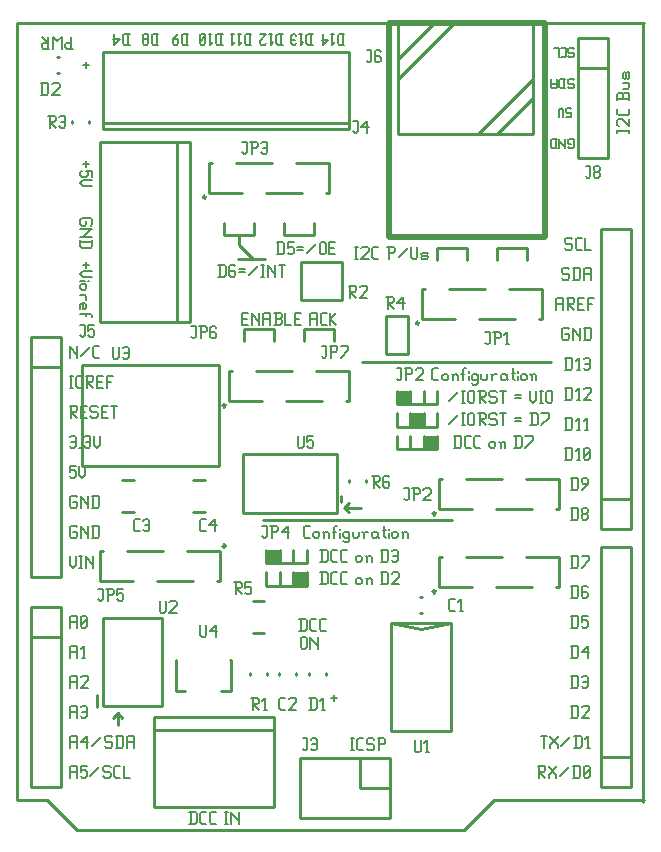
<source format=gbr>
G04 start of page 8 for group -4079 idx -4079 *
G04 Title: (unknown), topsilk *
G04 Creator: pcb 20140316 *
G04 CreationDate: Tue 01 Nov 2016 05:58:47 PM GMT UTC *
G04 For: ndholmes *
G04 Format: Gerber/RS-274X *
G04 PCB-Dimensions (mil): 2110.00 2710.00 *
G04 PCB-Coordinate-Origin: lower left *
%MOIN*%
%FSLAX25Y25*%
%LNTOPSILK*%
%ADD88C,0.0200*%
%ADD87C,0.0080*%
%ADD86C,0.0100*%
%ADD85C,0.0001*%
G54D85*G36*
X132000Y140000D02*X136500D01*
Y135500D01*
X132000D01*
Y140000D01*
G37*
G36*
X127500Y147500D02*X132000D01*
Y143000D01*
X127500D01*
Y147500D01*
G37*
G36*
X136500Y132500D02*X141000D01*
Y128000D01*
X136500D01*
Y132500D01*
G37*
G36*
X93000Y87000D02*X97500D01*
Y82500D01*
X93000D01*
Y87000D01*
G37*
G36*
X84000Y94500D02*X88500D01*
Y90000D01*
X84000D01*
Y94500D01*
G37*
G54D86*X150000Y1000D02*X21000D01*
X160000Y11000D02*X150000Y1000D01*
X1000Y11000D02*X11000D01*
X210000D02*X160000D01*
X84000Y87000D02*Y82500D01*
X97500D01*
X84000Y90000D02*X97500D01*
X93000Y82500D02*Y87000D01*
X88500Y82500D02*Y87000D01*
X84000Y94500D02*Y90000D01*
X88500D02*Y94500D01*
X93000Y90000D02*Y94500D01*
X97500Y87000D02*Y82500D01*
Y94500D02*Y90000D01*
X34500Y36000D02*Y40000D01*
X33000Y38500D01*
X34500Y40000D02*X36000Y38500D01*
X127500Y140000D02*Y135500D01*
Y132500D02*Y128000D01*
X132000D02*Y132500D01*
X127500Y147500D02*Y143000D01*
X132000D02*Y147500D01*
X136500Y143000D02*Y147500D01*
X141000D02*Y143000D01*
X127500D02*X141000D01*
X116000Y157000D02*X179000D01*
X132000Y135500D02*Y140000D01*
X136500Y135500D02*Y140000D01*
X141000D02*Y135500D01*
X127500D02*X141000D01*
X136500Y128000D02*Y132500D01*
X127500Y128000D02*X141000D01*
Y132500D02*Y128000D01*
X21000Y1000D02*X11000Y11000D01*
X1000D02*Y270000D01*
X80000Y203500D02*Y199500D01*
X70000D01*
Y203500D01*
X76500Y164000D02*Y168000D01*
X86500D02*X76500D01*
X86500D02*Y164000D01*
X75000Y199500D02*Y196000D01*
X79500Y191500D01*
X74500D02*X83500D01*
X106500Y168000D02*Y164000D01*
X96500D02*Y168000D01*
X106500D02*X96500D01*
X115500Y108500D02*X110000D01*
X111500Y110000D01*
X110000Y108500D02*X111500Y107000D01*
X82948Y104500D02*X145948D01*
X209500Y269500D02*Y10500D01*
X128000Y251500D02*X146500Y270000D01*
X128000Y258000D02*X140000Y270000D01*
X128000Y233000D02*Y270000D01*
X173000Y251500D02*X154500Y233000D01*
X173000Y245000D02*X161000Y233000D01*
X173000D02*X128000D01*
X173000Y270000D02*Y233000D01*
X1000Y270000D02*X210000D01*
X141000Y191000D02*Y195000D01*
X151000D02*X141000D01*
X151000D02*Y191000D01*
X171000Y195000D02*Y191000D01*
X161000D02*Y195000D01*
X171000D02*X161000D01*
X100000Y203500D02*Y199500D01*
X90000D01*
Y203500D01*
G54D87*X18500Y22000D02*Y18500D01*
Y22000D02*X19000Y22500D01*
X20500D01*
X21000Y22000D01*
Y18500D01*
X18500Y20500D02*X21000D01*
X22200Y22500D02*X24200D01*
X22200D02*Y20500D01*
X22700Y21000D01*
X23700D01*
X24200Y20500D01*
Y19000D01*
X23700Y18500D02*X24200Y19000D01*
X22700Y18500D02*X23700D01*
X22200Y19000D02*X22700Y18500D01*
X25400Y19000D02*X28400Y22000D01*
X31600Y22500D02*X32100Y22000D01*
X30100Y22500D02*X31600D01*
X29600Y22000D02*X30100Y22500D01*
X29600Y22000D02*Y21000D01*
X30100Y20500D01*
X31600D01*
X32100Y20000D01*
Y19000D01*
X31600Y18500D02*X32100Y19000D01*
X30100Y18500D02*X31600D01*
X29600Y19000D02*X30100Y18500D01*
X33800D02*X35300D01*
X33300Y19000D02*X33800Y18500D01*
X33300Y22000D02*Y19000D01*
Y22000D02*X33800Y22500D01*
X35300D01*
X36500D02*Y18500D01*
X38500D01*
X18500Y32000D02*Y28500D01*
Y32000D02*X19000Y32500D01*
X20500D01*
X21000Y32000D01*
Y28500D01*
X18500Y30500D02*X21000D01*
X22200D02*X24200Y32500D01*
X22200Y30500D02*X24700D01*
X24200Y32500D02*Y28500D01*
X25900Y29000D02*X28900Y32000D01*
X32100Y32500D02*X32600Y32000D01*
X30600Y32500D02*X32100D01*
X30100Y32000D02*X30600Y32500D01*
X30100Y32000D02*Y31000D01*
X30600Y30500D01*
X32100D01*
X32600Y30000D01*
Y29000D01*
X32100Y28500D02*X32600Y29000D01*
X30600Y28500D02*X32100D01*
X30100Y29000D02*X30600Y28500D01*
X34300Y32500D02*Y28500D01*
X35800Y32500D02*X36300Y32000D01*
Y29000D01*
X35800Y28500D02*X36300Y29000D01*
X33800Y28500D02*X35800D01*
X33800Y32500D02*X35800D01*
X37500Y32000D02*Y28500D01*
Y32000D02*X38000Y32500D01*
X39500D01*
X40000Y32000D01*
Y28500D01*
X37500Y30500D02*X40000D01*
X18500Y42000D02*Y38500D01*
Y42000D02*X19000Y42500D01*
X20500D01*
X21000Y42000D01*
Y38500D01*
X18500Y40500D02*X21000D01*
X22200Y42000D02*X22700Y42500D01*
X23700D01*
X24200Y42000D01*
Y39000D01*
X23700Y38500D02*X24200Y39000D01*
X22700Y38500D02*X23700D01*
X22200Y39000D02*X22700Y38500D01*
Y40500D02*X24200D01*
X18500Y52000D02*Y48500D01*
Y52000D02*X19000Y52500D01*
X20500D01*
X21000Y52000D01*
Y48500D01*
X18500Y50500D02*X21000D01*
X22200Y52000D02*X22700Y52500D01*
X24200D01*
X24700Y52000D01*
Y51000D01*
X22200Y48500D02*X24700Y51000D01*
X22200Y48500D02*X24700D01*
X18500Y62000D02*Y58500D01*
Y62000D02*X19000Y62500D01*
X20500D01*
X21000Y62000D01*
Y58500D01*
X18500Y60500D02*X21000D01*
X22700Y58500D02*X23700D01*
X23200Y62500D02*Y58500D01*
X22200Y61500D02*X23200Y62500D01*
X58800Y7200D02*Y3200D01*
X60300Y7200D02*X60800Y6700D01*
Y3700D01*
X60300Y3200D02*X60800Y3700D01*
X58300Y3200D02*X60300D01*
X58300Y7200D02*X60300D01*
X62500Y3200D02*X64000D01*
X62000Y3700D02*X62500Y3200D01*
X62000Y6700D02*Y3700D01*
Y6700D02*X62500Y7200D01*
X64000D01*
X65700Y3200D02*X67200D01*
X65200Y3700D02*X65700Y3200D01*
X65200Y6700D02*Y3700D01*
Y6700D02*X65700Y7200D01*
X67200D01*
X70200D02*X71200D01*
X70700D02*Y3200D01*
X70200D02*X71200D01*
X72400Y7200D02*Y3200D01*
Y7200D02*Y6700D01*
X74900Y4200D01*
Y7200D02*Y3200D01*
X18500Y72000D02*Y68500D01*
Y72000D02*X19000Y72500D01*
X20500D01*
X21000Y72000D01*
Y68500D01*
X18500Y70500D02*X21000D01*
X22200Y69000D02*X22700Y68500D01*
X22200Y72000D02*Y69000D01*
Y72000D02*X22700Y72500D01*
X23700D01*
X24200Y72000D01*
Y69000D01*
X23700Y68500D02*X24200Y69000D01*
X22700Y68500D02*X23700D01*
X22200Y69500D02*X24200Y71500D01*
X18500Y92500D02*Y89500D01*
X19500Y88500D01*
X20500Y89500D01*
Y92500D02*Y89500D01*
X21700Y92500D02*X22700D01*
X22200D02*Y88500D01*
X21700D02*X22700D01*
X23900Y92500D02*Y88500D01*
Y92500D02*Y92000D01*
X26400Y89500D01*
Y92500D02*Y88500D01*
X186000Y52500D02*Y48500D01*
X187500Y52500D02*X188000Y52000D01*
Y49000D01*
X187500Y48500D02*X188000Y49000D01*
X185500Y48500D02*X187500D01*
X185500Y52500D02*X187500D01*
X189200Y52000D02*X189700Y52500D01*
X190700D01*
X191200Y52000D01*
Y49000D01*
X190700Y48500D02*X191200Y49000D01*
X189700Y48500D02*X190700D01*
X189200Y49000D02*X189700Y48500D01*
Y50500D02*X191200D01*
X186000Y62500D02*Y58500D01*
X187500Y62500D02*X188000Y62000D01*
Y59000D01*
X187500Y58500D02*X188000Y59000D01*
X185500Y58500D02*X187500D01*
X185500Y62500D02*X187500D01*
X189200Y60500D02*X191200Y62500D01*
X189200Y60500D02*X191700D01*
X191200Y62500D02*Y58500D01*
X186000Y42500D02*Y38500D01*
X187500Y42500D02*X188000Y42000D01*
Y39000D01*
X187500Y38500D02*X188000Y39000D01*
X185500Y38500D02*X187500D01*
X185500Y42500D02*X187500D01*
X189200Y42000D02*X189700Y42500D01*
X191200D01*
X191700Y42000D01*
Y41000D01*
X189200Y38500D02*X191700Y41000D01*
X189200Y38500D02*X191700D01*
X174500Y22500D02*X176500D01*
X177000Y22000D01*
Y21000D01*
X176500Y20500D02*X177000Y21000D01*
X175000Y20500D02*X176500D01*
X175000Y22500D02*Y18500D01*
Y20500D02*X177000Y18500D01*
X178200Y22500D02*Y22000D01*
X180700Y19500D01*
Y18500D01*
X178200Y19500D02*Y18500D01*
Y19500D02*X180700Y22000D01*
Y22500D02*Y22000D01*
X181900Y19000D02*X184900Y22000D01*
X186600Y22500D02*Y18500D01*
X188100Y22500D02*X188600Y22000D01*
Y19000D01*
X188100Y18500D02*X188600Y19000D01*
X186100Y18500D02*X188100D01*
X186100Y22500D02*X188100D01*
X189800Y19000D02*X190300Y18500D01*
X189800Y22000D02*Y19000D01*
Y22000D02*X190300Y22500D01*
X191300D01*
X191800Y22000D01*
Y19000D01*
X191300Y18500D02*X191800Y19000D01*
X190300Y18500D02*X191300D01*
X189800Y19500D02*X191800Y21500D01*
X112100Y31600D02*X113100D01*
X112600D02*Y27600D01*
X112100D02*X113100D01*
X114800D02*X116300D01*
X114300Y28100D02*X114800Y27600D01*
X114300Y31100D02*Y28100D01*
Y31100D02*X114800Y31600D01*
X116300D01*
X119500D02*X120000Y31100D01*
X118000Y31600D02*X119500D01*
X117500Y31100D02*X118000Y31600D01*
X117500Y31100D02*Y30100D01*
X118000Y29600D01*
X119500D01*
X120000Y29100D01*
Y28100D01*
X119500Y27600D02*X120000Y28100D01*
X118000Y27600D02*X119500D01*
X117500Y28100D02*X118000Y27600D01*
X121700Y31600D02*Y27600D01*
X121200Y31600D02*X123200D01*
X123700Y31100D01*
Y30100D01*
X123200Y29600D02*X123700Y30100D01*
X121700Y29600D02*X123200D01*
X175500Y32500D02*X177500D01*
X176500D02*Y28500D01*
X178700Y32500D02*Y32000D01*
X181200Y29500D01*
Y28500D01*
X178700Y29500D02*Y28500D01*
Y29500D02*X181200Y32000D01*
Y32500D02*Y32000D01*
X182400Y29000D02*X185400Y32000D01*
X187100Y32500D02*Y28500D01*
X188600Y32500D02*X189100Y32000D01*
Y29000D01*
X188600Y28500D02*X189100Y29000D01*
X186600Y28500D02*X188600D01*
X186600Y32500D02*X188600D01*
X190800Y28500D02*X191800D01*
X191300Y32500D02*Y28500D01*
X190300Y31500D02*X191300Y32500D01*
X105500Y45000D02*X107500D01*
X106500Y46000D02*Y44000D01*
X186000Y92500D02*Y88500D01*
X187500Y92500D02*X188000Y92000D01*
Y89000D01*
X187500Y88500D02*X188000Y89000D01*
X185500Y88500D02*X187500D01*
X185500Y92500D02*X187500D01*
X189200Y88500D02*X191700Y91000D01*
Y92500D02*Y91000D01*
X189200Y92500D02*X191700D01*
X186000Y82500D02*Y78500D01*
X187500Y82500D02*X188000Y82000D01*
Y79000D01*
X187500Y78500D02*X188000Y79000D01*
X185500Y78500D02*X187500D01*
X185500Y82500D02*X187500D01*
X190700D02*X191200Y82000D01*
X189700Y82500D02*X190700D01*
X189200Y82000D02*X189700Y82500D01*
X189200Y82000D02*Y79000D01*
X189700Y78500D01*
X190700Y80500D02*X191200Y80000D01*
X189200Y80500D02*X190700D01*
X189700Y78500D02*X190700D01*
X191200Y79000D01*
Y80000D02*Y79000D01*
X186000Y72500D02*Y68500D01*
X187500Y72500D02*X188000Y72000D01*
Y69000D01*
X187500Y68500D02*X188000Y69000D01*
X185500Y68500D02*X187500D01*
X185500Y72500D02*X187500D01*
X189200D02*X191200D01*
X189200D02*Y70500D01*
X189700Y71000D01*
X190700D01*
X191200Y70500D01*
Y69000D01*
X190700Y68500D02*X191200Y69000D01*
X189700Y68500D02*X190700D01*
X189200Y69000D02*X189700Y68500D01*
X102500Y87000D02*Y83000D01*
X104000Y87000D02*X104500Y86500D01*
Y83500D01*
X104000Y83000D02*X104500Y83500D01*
X102000Y83000D02*X104000D01*
X102000Y87000D02*X104000D01*
X106200Y83000D02*X107700D01*
X105700Y83500D02*X106200Y83000D01*
X105700Y86500D02*Y83500D01*
Y86500D02*X106200Y87000D01*
X107700D01*
X109400Y83000D02*X110900D01*
X108900Y83500D02*X109400Y83000D01*
X108900Y86500D02*Y83500D01*
Y86500D02*X109400Y87000D01*
X110900D01*
X113900Y84500D02*Y83500D01*
Y84500D02*X114400Y85000D01*
X115400D01*
X115900Y84500D01*
Y83500D01*
X115400Y83000D02*X115900Y83500D01*
X114400Y83000D02*X115400D01*
X113900Y83500D02*X114400Y83000D01*
X117600Y84500D02*Y83000D01*
Y84500D02*X118100Y85000D01*
X118600D01*
X119100Y84500D01*
Y83000D01*
X117100Y85000D02*X117600Y84500D01*
X122600Y87000D02*Y83000D01*
X124100Y87000D02*X124600Y86500D01*
Y83500D01*
X124100Y83000D02*X124600Y83500D01*
X122100Y83000D02*X124100D01*
X122100Y87000D02*X124100D01*
X125800Y86500D02*X126300Y87000D01*
X127800D01*
X128300Y86500D01*
Y85500D01*
X125800Y83000D02*X128300Y85500D01*
X125800Y83000D02*X128300D01*
X95500Y71500D02*Y67500D01*
X97000Y71500D02*X97500Y71000D01*
Y68000D01*
X97000Y67500D02*X97500Y68000D01*
X95000Y67500D02*X97000D01*
X95000Y71500D02*X97000D01*
X99200Y67500D02*X100700D01*
X98700Y68000D02*X99200Y67500D01*
X98700Y71000D02*Y68000D01*
Y71000D02*X99200Y71500D01*
X100700D01*
X102400Y67500D02*X103900D01*
X101900Y68000D02*X102400Y67500D01*
X101900Y71000D02*Y68000D01*
Y71000D02*X102400Y71500D01*
X103900D01*
X95500Y65000D02*Y62000D01*
Y65000D02*X96000Y65500D01*
X97000D01*
X97500Y65000D01*
Y62000D01*
X97000Y61500D02*X97500Y62000D01*
X96000Y61500D02*X97000D01*
X95500Y62000D02*X96000Y61500D01*
X98700Y65500D02*Y61500D01*
Y65500D02*Y65000D01*
X101200Y62500D01*
Y65500D02*Y61500D01*
X102500Y94500D02*Y90500D01*
X104000Y94500D02*X104500Y94000D01*
Y91000D01*
X104000Y90500D02*X104500Y91000D01*
X102000Y90500D02*X104000D01*
X102000Y94500D02*X104000D01*
X106200Y90500D02*X107700D01*
X105700Y91000D02*X106200Y90500D01*
X105700Y94000D02*Y91000D01*
Y94000D02*X106200Y94500D01*
X107700D01*
X109400Y90500D02*X110900D01*
X108900Y91000D02*X109400Y90500D01*
X108900Y94000D02*Y91000D01*
Y94000D02*X109400Y94500D01*
X110900D01*
X113900Y92000D02*Y91000D01*
Y92000D02*X114400Y92500D01*
X115400D01*
X115900Y92000D01*
Y91000D01*
X115400Y90500D02*X115900Y91000D01*
X114400Y90500D02*X115400D01*
X113900Y91000D02*X114400Y90500D01*
X117600Y92000D02*Y90500D01*
Y92000D02*X118100Y92500D01*
X118600D01*
X119100Y92000D01*
Y90500D01*
X117100Y92500D02*X117600Y92000D01*
X122600Y94500D02*Y90500D01*
X124100Y94500D02*X124600Y94000D01*
Y91000D01*
X124100Y90500D02*X124600Y91000D01*
X122100Y90500D02*X124100D01*
X122100Y94500D02*X124100D01*
X125800Y94000D02*X126300Y94500D01*
X127300D01*
X127800Y94000D01*
Y91000D01*
X127300Y90500D02*X127800Y91000D01*
X126300Y90500D02*X127300D01*
X125800Y91000D02*X126300Y90500D01*
Y92500D02*X127800D01*
X97000Y98500D02*X98500D01*
X96500Y99000D02*X97000Y98500D01*
X96500Y102000D02*Y99000D01*
Y102000D02*X97000Y102500D01*
X98500D01*
X99700Y100000D02*Y99000D01*
Y100000D02*X100200Y100500D01*
X101200D01*
X101700Y100000D01*
Y99000D01*
X101200Y98500D02*X101700Y99000D01*
X100200Y98500D02*X101200D01*
X99700Y99000D02*X100200Y98500D01*
X103400Y100000D02*Y98500D01*
Y100000D02*X103900Y100500D01*
X104400D01*
X104900Y100000D01*
Y98500D01*
X102900Y100500D02*X103400Y100000D01*
X106600Y102000D02*Y98500D01*
Y102000D02*X107100Y102500D01*
X107600D01*
X106100Y100500D02*X107100D01*
X108600Y101500D02*Y101000D01*
Y100000D02*Y98500D01*
X111100Y100500D02*X111600Y100000D01*
X110100Y100500D02*X111100D01*
X109600Y100000D02*X110100Y100500D01*
X109600Y100000D02*Y99000D01*
X110100Y98500D01*
X111100D01*
X111600Y99000D01*
X109600Y97500D02*X110100Y97000D01*
X111100D01*
X111600Y97500D01*
Y100500D02*Y97500D01*
X112800Y100500D02*Y99000D01*
X113300Y98500D01*
X114300D01*
X114800Y99000D01*
Y100500D02*Y99000D01*
X116500Y100000D02*Y98500D01*
Y100000D02*X117000Y100500D01*
X118000D01*
X116000D02*X116500Y100000D01*
X120700Y100500D02*X121200Y100000D01*
X119700Y100500D02*X120700D01*
X119200Y100000D02*X119700Y100500D01*
X119200Y100000D02*Y99000D01*
X119700Y98500D01*
X121200Y100500D02*Y99000D01*
X121700Y98500D01*
X119700D02*X120700D01*
X121200Y99000D01*
X123400Y102500D02*Y99000D01*
X123900Y98500D01*
X122900Y101000D02*X123900D01*
X124900Y101500D02*Y101000D01*
Y100000D02*Y98500D01*
X125900Y100000D02*Y99000D01*
Y100000D02*X126400Y100500D01*
X127400D01*
X127900Y100000D01*
Y99000D01*
X127400Y98500D02*X127900Y99000D01*
X126400Y98500D02*X127400D01*
X125900Y99000D02*X126400Y98500D01*
X129600Y100000D02*Y98500D01*
Y100000D02*X130100Y100500D01*
X130600D01*
X131100Y100000D01*
Y98500D01*
X129100Y100500D02*X129600Y100000D01*
X18500Y122500D02*X20500D01*
X18500D02*Y120500D01*
X19000Y121000D01*
X20000D01*
X20500Y120500D01*
Y119000D01*
X20000Y118500D02*X20500Y119000D01*
X19000Y118500D02*X20000D01*
X18500Y119000D02*X19000Y118500D01*
X21700Y122500D02*Y119500D01*
X22700Y118500D01*
X23700Y119500D01*
Y122500D02*Y119500D01*
X18500Y132000D02*X19000Y132500D01*
X20000D01*
X20500Y132000D01*
Y129000D01*
X20000Y128500D02*X20500Y129000D01*
X19000Y128500D02*X20000D01*
X18500Y129000D02*X19000Y128500D01*
Y130500D02*X20500D01*
X21700Y128500D02*X22200D01*
X23400Y132000D02*X23900Y132500D01*
X24900D01*
X25400Y132000D01*
Y129000D01*
X24900Y128500D02*X25400Y129000D01*
X23900Y128500D02*X24900D01*
X23400Y129000D02*X23900Y128500D01*
Y130500D02*X25400D01*
X26600Y132500D02*Y129500D01*
X27600Y128500D01*
X28600Y129500D01*
Y132500D02*Y129500D01*
X18500Y142500D02*X20500D01*
X21000Y142000D01*
Y141000D01*
X20500Y140500D02*X21000Y141000D01*
X19000Y140500D02*X20500D01*
X19000Y142500D02*Y138500D01*
Y140500D02*X21000Y138500D01*
X22200Y140500D02*X23700D01*
X22200Y138500D02*X24200D01*
X22200Y142500D02*Y138500D01*
Y142500D02*X24200D01*
X27400D02*X27900Y142000D01*
X25900Y142500D02*X27400D01*
X25400Y142000D02*X25900Y142500D01*
X25400Y142000D02*Y141000D01*
X25900Y140500D01*
X27400D01*
X27900Y140000D01*
Y139000D01*
X27400Y138500D02*X27900Y139000D01*
X25900Y138500D02*X27400D01*
X25400Y139000D02*X25900Y138500D01*
X29100Y140500D02*X30600D01*
X29100Y138500D02*X31100D01*
X29100Y142500D02*Y138500D01*
Y142500D02*X31100D01*
X32300D02*X34300D01*
X33300D02*Y138500D01*
X18500Y162500D02*Y158500D01*
Y162500D02*Y162000D01*
X21000Y159500D01*
Y162500D02*Y158500D01*
X22200Y159000D02*X25200Y162000D01*
X26900Y158500D02*X28400D01*
X26400Y159000D02*X26900Y158500D01*
X26400Y162000D02*Y159000D01*
Y162000D02*X26900Y162500D01*
X28400D01*
X18500Y152500D02*X19500D01*
X19000D02*Y148500D01*
X18500D02*X19500D01*
X20700Y152000D02*Y149000D01*
Y152000D02*X21200Y152500D01*
X22200D01*
X22700Y152000D01*
Y149000D01*
X22200Y148500D02*X22700Y149000D01*
X21200Y148500D02*X22200D01*
X20700Y149000D02*X21200Y148500D01*
X23900Y152500D02*X25900D01*
X26400Y152000D01*
Y151000D01*
X25900Y150500D02*X26400Y151000D01*
X24400Y150500D02*X25900D01*
X24400Y152500D02*Y148500D01*
Y150500D02*X26400Y148500D01*
X27600Y150500D02*X29100D01*
X27600Y148500D02*X29600D01*
X27600Y152500D02*Y148500D01*
Y152500D02*X29600D01*
X30800D02*Y148500D01*
Y152500D02*X32800D01*
X30800Y150500D02*X32300D01*
X20500Y102500D02*X21000Y102000D01*
X19000Y102500D02*X20500D01*
X18500Y102000D02*X19000Y102500D01*
X18500Y102000D02*Y99000D01*
X19000Y98500D01*
X20500D01*
X21000Y99000D01*
Y100000D02*Y99000D01*
X20500Y100500D02*X21000Y100000D01*
X19500Y100500D02*X20500D01*
X22200Y102500D02*Y98500D01*
Y102500D02*Y102000D01*
X24700Y99500D01*
Y102500D02*Y98500D01*
X26400Y102500D02*Y98500D01*
X27900Y102500D02*X28400Y102000D01*
Y99000D01*
X27900Y98500D02*X28400Y99000D01*
X25900Y98500D02*X27900D01*
X25900Y102500D02*X27900D01*
X20500Y112500D02*X21000Y112000D01*
X19000Y112500D02*X20500D01*
X18500Y112000D02*X19000Y112500D01*
X18500Y112000D02*Y109000D01*
X19000Y108500D01*
X20500D01*
X21000Y109000D01*
Y110000D02*Y109000D01*
X20500Y110500D02*X21000Y110000D01*
X19500Y110500D02*X20500D01*
X22200Y112500D02*Y108500D01*
Y112500D02*Y112000D01*
X24700Y109500D01*
Y112500D02*Y108500D01*
X26400Y112500D02*Y108500D01*
X27900Y112500D02*X28400Y112000D01*
Y109000D01*
X27900Y108500D02*X28400Y109000D01*
X25900Y108500D02*X27900D01*
X25900Y112500D02*X27900D01*
X26000Y203000D02*X25500Y202500D01*
X26000Y204500D02*Y203000D01*
X25500Y205000D02*X26000Y204500D01*
X22500Y205000D02*X25500D01*
X22500D02*X22000Y204500D01*
Y203000D01*
X22500Y202500D01*
X23500D01*
X24000Y203000D02*X23500Y202500D01*
X24000Y204000D02*Y203000D01*
X22000Y201300D02*X26000D01*
X25500D02*X26000D01*
X25500D02*X23000Y198800D01*
X22000D02*X26000D01*
X22000Y197100D02*X26000D01*
Y195600D02*X25500Y195100D01*
X22500D02*X25500D01*
X22000Y195600D02*X22500Y195100D01*
X22000Y197600D02*Y195600D01*
X26000Y197600D02*Y195600D01*
X24000Y224000D02*Y222000D01*
X23000Y223000D02*X25000D01*
X26000Y220800D02*Y218800D01*
X24000Y220800D02*X26000D01*
X24000D02*X24500Y220300D01*
Y219300D01*
X24000Y218800D01*
X22500D02*X24000D01*
X22000Y219300D02*X22500Y218800D01*
X22000Y220300D02*Y219300D01*
X22500Y220800D02*X22000Y220300D01*
X23000Y217600D02*X26000D01*
X23000D02*X22000Y216600D01*
X23000Y215600D01*
X26000D01*
X24000Y190500D02*Y188500D01*
X23000Y189500D02*X25000D01*
X23000Y187300D02*X26000D01*
X23000D02*X22000Y186300D01*
X23000Y185300D01*
X26000D01*
X24500Y184100D02*X25000D01*
X22000D02*X23500D01*
X22500Y183100D02*X23500D01*
X24000Y182600D01*
Y181600D01*
X23500Y181100D01*
X22500D02*X23500D01*
X22000Y181600D02*X22500Y181100D01*
X22000Y182600D02*Y181600D01*
X22500Y183100D02*X22000Y182600D01*
Y179400D02*X23500D01*
X24000Y178900D01*
Y177900D01*
Y179900D02*X23500Y179400D01*
X22000Y176200D02*Y174700D01*
X22500Y176700D02*X22000Y176200D01*
X22500Y176700D02*X23500D01*
X24000Y176200D01*
Y175200D01*
X23500Y174700D01*
X23000Y176700D02*Y174700D01*
X23500D01*
X22000Y173000D02*X25500D01*
X26000Y172500D01*
Y172000D01*
X24000Y173500D02*Y172500D01*
X23000Y256000D02*X25000D01*
X24000Y257000D02*Y255000D01*
X19000Y265500D02*Y261500D01*
X17500D02*X19500D01*
X17500D02*X17000Y262000D01*
Y263000D02*Y262000D01*
X17500Y263500D02*X17000Y263000D01*
X17500Y263500D02*X19000D01*
X15800Y265500D02*Y261500D01*
Y265500D02*X14300Y264000D01*
X12800Y265500D01*
Y261500D01*
X9600D02*X11600D01*
X9600D02*X9100Y262000D01*
Y263000D02*Y262000D01*
X9600Y263500D02*X9100Y263000D01*
X9600Y263500D02*X11100D01*
Y265500D02*Y261500D01*
Y263500D02*X9100Y265500D01*
X38050Y266500D02*Y262900D01*
X36700D02*X36250Y263350D01*
Y266050D02*Y263350D01*
X36700Y266500D02*X36250Y266050D01*
X36700Y266500D02*X38500D01*
X36700Y262900D02*X38500D01*
X35170Y264700D02*X33370Y262900D01*
X32920Y264700D02*X35170D01*
X33370Y266500D02*Y262900D01*
X47550Y266500D02*Y262900D01*
X46200D02*X45750Y263350D01*
Y266050D02*Y263350D01*
X46200Y266500D02*X45750Y266050D01*
X46200Y266500D02*X48000D01*
X46200Y262900D02*X48000D01*
X44670Y266050D02*X44220Y266500D01*
X44670Y266050D02*Y265150D01*
X44220Y264700D01*
X43320D02*X44220D01*
X43320D02*X42870Y265150D01*
Y266050D02*Y265150D01*
X43320Y266500D02*X42870Y266050D01*
X43320Y266500D02*X44220D01*
X44670Y264250D02*X44220Y264700D01*
X44670Y264250D02*Y263350D01*
X44220Y262900D01*
X43320D02*X44220D01*
X43320D02*X42870Y263350D01*
Y264250D02*Y263350D01*
X43320Y264700D02*X42870Y264250D01*
X186000Y108500D02*Y104500D01*
X187500Y108500D02*X188000Y108000D01*
Y105000D01*
X187500Y104500D02*X188000Y105000D01*
X185500Y104500D02*X187500D01*
X185500Y108500D02*X187500D01*
X189200Y105000D02*X189700Y104500D01*
X189200Y106000D02*Y105000D01*
Y106000D02*X189700Y106500D01*
X190700D01*
X191200Y106000D01*
Y105000D01*
X190700Y104500D02*X191200Y105000D01*
X189700Y104500D02*X190700D01*
X189200Y107000D02*X189700Y106500D01*
X189200Y108000D02*Y107000D01*
Y108000D02*X189700Y108500D01*
X190700D01*
X191200Y108000D01*
Y107000D01*
X190700Y106500D02*X191200Y107000D01*
X184000Y128500D02*Y124500D01*
X185500Y128500D02*X186000Y128000D01*
Y125000D01*
X185500Y124500D02*X186000Y125000D01*
X183500Y124500D02*X185500D01*
X183500Y128500D02*X185500D01*
X187700Y124500D02*X188700D01*
X188200Y128500D02*Y124500D01*
X187200Y127500D02*X188200Y128500D01*
X189900Y125000D02*X190400Y124500D01*
X189900Y128000D02*Y125000D01*
Y128000D02*X190400Y128500D01*
X191400D01*
X191900Y128000D01*
Y125000D01*
X191400Y124500D02*X191900Y125000D01*
X190400Y124500D02*X191400D01*
X189900Y125500D02*X191900Y127500D01*
X186000Y118500D02*Y114500D01*
X187500Y118500D02*X188000Y118000D01*
Y115000D01*
X187500Y114500D02*X188000Y115000D01*
X185500Y114500D02*X187500D01*
X185500Y118500D02*X187500D01*
X189200Y114500D02*X191200Y116500D01*
Y118000D02*Y116500D01*
X190700Y118500D02*X191200Y118000D01*
X189700Y118500D02*X190700D01*
X189200Y118000D02*X189700Y118500D01*
X189200Y118000D02*Y117000D01*
X189700Y116500D01*
X191200D01*
X180500Y178000D02*Y174500D01*
Y178000D02*X181000Y178500D01*
X182500D01*
X183000Y178000D01*
Y174500D01*
X180500Y176500D02*X183000D01*
X184200Y178500D02*X186200D01*
X186700Y178000D01*
Y177000D01*
X186200Y176500D02*X186700Y177000D01*
X184700Y176500D02*X186200D01*
X184700Y178500D02*Y174500D01*
Y176500D02*X186700Y174500D01*
X187900Y176500D02*X189400D01*
X187900Y174500D02*X189900D01*
X187900Y178500D02*Y174500D01*
Y178500D02*X189900D01*
X191100D02*Y174500D01*
Y178500D02*X193100D01*
X191100Y176500D02*X192600D01*
X184500Y188500D02*X185000Y188000D01*
X183000Y188500D02*X184500D01*
X182500Y188000D02*X183000Y188500D01*
X182500Y188000D02*Y187000D01*
X183000Y186500D01*
X184500D01*
X185000Y186000D01*
Y185000D01*
X184500Y184500D02*X185000Y185000D01*
X183000Y184500D02*X184500D01*
X182500Y185000D02*X183000Y184500D01*
X186700Y188500D02*Y184500D01*
X188200Y188500D02*X188700Y188000D01*
Y185000D01*
X188200Y184500D02*X188700Y185000D01*
X186200Y184500D02*X188200D01*
X186200Y188500D02*X188200D01*
X189900Y188000D02*Y184500D01*
Y188000D02*X190400Y188500D01*
X191900D01*
X192400Y188000D01*
Y184500D01*
X189900Y186500D02*X192400D01*
X185500Y198500D02*X186000Y198000D01*
X184000Y198500D02*X185500D01*
X183500Y198000D02*X184000Y198500D01*
X183500Y198000D02*Y197000D01*
X184000Y196500D01*
X185500D01*
X186000Y196000D01*
Y195000D01*
X185500Y194500D02*X186000Y195000D01*
X184000Y194500D02*X185500D01*
X183500Y195000D02*X184000Y194500D01*
X187700D02*X189200D01*
X187200Y195000D02*X187700Y194500D01*
X187200Y198000D02*Y195000D01*
Y198000D02*X187700Y198500D01*
X189200D01*
X190400D02*Y194500D01*
X192400D01*
X184500Y168500D02*X185000Y168000D01*
X183000Y168500D02*X184500D01*
X182500Y168000D02*X183000Y168500D01*
X182500Y168000D02*Y165000D01*
X183000Y164500D01*
X184500D01*
X185000Y165000D01*
Y166000D02*Y165000D01*
X184500Y166500D02*X185000Y166000D01*
X183500Y166500D02*X184500D01*
X186200Y168500D02*Y164500D01*
Y168500D02*Y168000D01*
X188700Y165500D01*
Y168500D02*Y164500D01*
X190400Y168500D02*Y164500D01*
X191900Y168500D02*X192400Y168000D01*
Y165000D01*
X191900Y164500D02*X192400Y165000D01*
X189900Y164500D02*X191900D01*
X189900Y168500D02*X191900D01*
X113500Y195500D02*X114500D01*
X114000D02*Y191500D01*
X113500D02*X114500D01*
X115700Y195000D02*X116200Y195500D01*
X117700D01*
X118200Y195000D01*
Y194000D01*
X115700Y191500D02*X118200Y194000D01*
X115700Y191500D02*X118200D01*
X119900D02*X121400D01*
X119400Y192000D02*X119900Y191500D01*
X119400Y195000D02*Y192000D01*
Y195000D02*X119900Y195500D01*
X121400D01*
X124900D02*Y191500D01*
X124400Y195500D02*X126400D01*
X126900Y195000D01*
Y194000D01*
X126400Y193500D02*X126900Y194000D01*
X124900Y193500D02*X126400D01*
X128100Y192000D02*X131100Y195000D01*
X132300Y195500D02*Y192000D01*
X132800Y191500D01*
X133800D01*
X134300Y192000D01*
Y195500D02*Y192000D01*
X136000Y191500D02*X137500D01*
X138000Y192000D01*
X137500Y192500D02*X138000Y192000D01*
X136000Y192500D02*X137500D01*
X135500Y193000D02*X136000Y192500D01*
X135500Y193000D02*X136000Y193500D01*
X137500D01*
X138000Y193000D01*
X135500Y192000D02*X136000Y191500D01*
X184000Y158500D02*Y154500D01*
X185500Y158500D02*X186000Y158000D01*
Y155000D01*
X185500Y154500D02*X186000Y155000D01*
X183500Y154500D02*X185500D01*
X183500Y158500D02*X185500D01*
X187700Y154500D02*X188700D01*
X188200Y158500D02*Y154500D01*
X187200Y157500D02*X188200Y158500D01*
X189900Y158000D02*X190400Y158500D01*
X191400D01*
X191900Y158000D01*
Y155000D01*
X191400Y154500D02*X191900Y155000D01*
X190400Y154500D02*X191400D01*
X189900Y155000D02*X190400Y154500D01*
Y156500D02*X191900D01*
X184000Y148500D02*Y144500D01*
X185500Y148500D02*X186000Y148000D01*
Y145000D01*
X185500Y144500D02*X186000Y145000D01*
X183500Y144500D02*X185500D01*
X183500Y148500D02*X185500D01*
X187700Y144500D02*X188700D01*
X188200Y148500D02*Y144500D01*
X187200Y147500D02*X188200Y148500D01*
X189900Y148000D02*X190400Y148500D01*
X191900D01*
X192400Y148000D01*
Y147000D01*
X189900Y144500D02*X192400Y147000D01*
X189900Y144500D02*X192400D01*
X184000Y138500D02*Y134500D01*
X185500Y138500D02*X186000Y138000D01*
Y135000D01*
X185500Y134500D02*X186000Y135000D01*
X183500Y134500D02*X185500D01*
X183500Y138500D02*X185500D01*
X187700Y134500D02*X188700D01*
X188200Y138500D02*Y134500D01*
X187200Y137500D02*X188200Y138500D01*
X190400Y134500D02*X191400D01*
X190900Y138500D02*Y134500D01*
X189900Y137500D02*X190900Y138500D01*
X145000Y144000D02*X148000Y147000D01*
X149200Y147500D02*X150200D01*
X149700D02*Y143500D01*
X149200D02*X150200D01*
X151400Y147000D02*Y144000D01*
Y147000D02*X151900Y147500D01*
X152900D01*
X153400Y147000D01*
Y144000D01*
X152900Y143500D02*X153400Y144000D01*
X151900Y143500D02*X152900D01*
X151400Y144000D02*X151900Y143500D01*
X154600Y147500D02*X156600D01*
X157100Y147000D01*
Y146000D01*
X156600Y145500D02*X157100Y146000D01*
X155100Y145500D02*X156600D01*
X155100Y147500D02*Y143500D01*
Y145500D02*X157100Y143500D01*
X160300Y147500D02*X160800Y147000D01*
X158800Y147500D02*X160300D01*
X158300Y147000D02*X158800Y147500D01*
X158300Y147000D02*Y146000D01*
X158800Y145500D01*
X160300D01*
X160800Y145000D01*
Y144000D01*
X160300Y143500D02*X160800Y144000D01*
X158800Y143500D02*X160300D01*
X158300Y144000D02*X158800Y143500D01*
X162000Y147500D02*X164000D01*
X163000D02*Y143500D01*
X167000Y146000D02*X169000D01*
X167000Y145000D02*X169000D01*
X172000Y147500D02*Y144500D01*
X173000Y143500D01*
X174000Y144500D01*
Y147500D02*Y144500D01*
X175200Y147500D02*X176200D01*
X175700D02*Y143500D01*
X175200D02*X176200D01*
X177400Y147000D02*Y144000D01*
Y147000D02*X177900Y147500D01*
X178900D01*
X179400Y147000D01*
Y144000D01*
X178900Y143500D02*X179400Y144000D01*
X177900Y143500D02*X178900D01*
X177400Y144000D02*X177900Y143500D01*
X145000Y136500D02*X148000Y139500D01*
X149200Y140000D02*X150200D01*
X149700D02*Y136000D01*
X149200D02*X150200D01*
X151400Y139500D02*Y136500D01*
Y139500D02*X151900Y140000D01*
X152900D01*
X153400Y139500D01*
Y136500D01*
X152900Y136000D02*X153400Y136500D01*
X151900Y136000D02*X152900D01*
X151400Y136500D02*X151900Y136000D01*
X154600Y140000D02*X156600D01*
X157100Y139500D01*
Y138500D01*
X156600Y138000D02*X157100Y138500D01*
X155100Y138000D02*X156600D01*
X155100Y140000D02*Y136000D01*
Y138000D02*X157100Y136000D01*
X160300Y140000D02*X160800Y139500D01*
X158800Y140000D02*X160300D01*
X158300Y139500D02*X158800Y140000D01*
X158300Y139500D02*Y138500D01*
X158800Y138000D01*
X160300D01*
X160800Y137500D01*
Y136500D01*
X160300Y136000D02*X160800Y136500D01*
X158800Y136000D02*X160300D01*
X158300Y136500D02*X158800Y136000D01*
X162000Y140000D02*X164000D01*
X163000D02*Y136000D01*
X167000Y138500D02*X169000D01*
X167000Y137500D02*X169000D01*
X172500Y140000D02*Y136000D01*
X174000Y140000D02*X174500Y139500D01*
Y136500D01*
X174000Y136000D02*X174500Y136500D01*
X172000Y136000D02*X174000D01*
X172000Y140000D02*X174000D01*
X175700Y136000D02*X178200Y138500D01*
Y140000D02*Y138500D01*
X175700Y140000D02*X178200D01*
X127500Y155000D02*X129000D01*
Y151500D01*
X128500Y151000D02*X129000Y151500D01*
X128000Y151000D02*X128500D01*
X127500Y151500D02*X128000Y151000D01*
X130700Y155000D02*Y151000D01*
X130200Y155000D02*X132200D01*
X132700Y154500D01*
Y153500D01*
X132200Y153000D02*X132700Y153500D01*
X130700Y153000D02*X132200D01*
X133900Y154500D02*X134400Y155000D01*
X135900D01*
X136400Y154500D01*
Y153500D01*
X133900Y151000D02*X136400Y153500D01*
X133900Y151000D02*X136400D01*
X139900D02*X141400D01*
X139400Y151500D02*X139900Y151000D01*
X139400Y154500D02*Y151500D01*
Y154500D02*X139900Y155000D01*
X141400D01*
X142600Y152500D02*Y151500D01*
Y152500D02*X143100Y153000D01*
X144100D01*
X144600Y152500D01*
Y151500D01*
X144100Y151000D02*X144600Y151500D01*
X143100Y151000D02*X144100D01*
X142600Y151500D02*X143100Y151000D01*
X146300Y152500D02*Y151000D01*
Y152500D02*X146800Y153000D01*
X147300D01*
X147800Y152500D01*
Y151000D01*
X145800Y153000D02*X146300Y152500D01*
X149500Y154500D02*Y151000D01*
Y154500D02*X150000Y155000D01*
X150500D01*
X149000Y153000D02*X150000D01*
X151500Y154000D02*Y153500D01*
Y152500D02*Y151000D01*
X154000Y153000D02*X154500Y152500D01*
X153000Y153000D02*X154000D01*
X152500Y152500D02*X153000Y153000D01*
X152500Y152500D02*Y151500D01*
X153000Y151000D01*
X154000D01*
X154500Y151500D01*
X152500Y150000D02*X153000Y149500D01*
X154000D01*
X154500Y150000D01*
Y153000D02*Y150000D01*
X155700Y153000D02*Y151500D01*
X156200Y151000D01*
X157200D01*
X157700Y151500D01*
Y153000D02*Y151500D01*
X159400Y152500D02*Y151000D01*
Y152500D02*X159900Y153000D01*
X160900D01*
X158900D02*X159400Y152500D01*
X163600Y153000D02*X164100Y152500D01*
X162600Y153000D02*X163600D01*
X162100Y152500D02*X162600Y153000D01*
X162100Y152500D02*Y151500D01*
X162600Y151000D01*
X164100Y153000D02*Y151500D01*
X164600Y151000D01*
X162600D02*X163600D01*
X164100Y151500D01*
X166300Y155000D02*Y151500D01*
X166800Y151000D01*
X165800Y153500D02*X166800D01*
X167800Y154000D02*Y153500D01*
Y152500D02*Y151000D01*
X168800Y152500D02*Y151500D01*
Y152500D02*X169300Y153000D01*
X170300D01*
X170800Y152500D01*
Y151500D01*
X170300Y151000D02*X170800Y151500D01*
X169300Y151000D02*X170300D01*
X168800Y151500D02*X169300Y151000D01*
X172500Y152500D02*Y151000D01*
Y152500D02*X173000Y153000D01*
X173500D01*
X174000Y152500D01*
Y151000D01*
X172000Y153000D02*X172500Y152500D01*
X147000Y132500D02*Y128500D01*
X148500Y132500D02*X149000Y132000D01*
Y129000D01*
X148500Y128500D02*X149000Y129000D01*
X146500Y128500D02*X148500D01*
X146500Y132500D02*X148500D01*
X150700Y128500D02*X152200D01*
X150200Y129000D02*X150700Y128500D01*
X150200Y132000D02*Y129000D01*
Y132000D02*X150700Y132500D01*
X152200D01*
X153900Y128500D02*X155400D01*
X153400Y129000D02*X153900Y128500D01*
X153400Y132000D02*Y129000D01*
Y132000D02*X153900Y132500D01*
X155400D01*
X158400Y130000D02*Y129000D01*
Y130000D02*X158900Y130500D01*
X159900D01*
X160400Y130000D01*
Y129000D01*
X159900Y128500D02*X160400Y129000D01*
X158900Y128500D02*X159900D01*
X158400Y129000D02*X158900Y128500D01*
X162100Y130000D02*Y128500D01*
Y130000D02*X162600Y130500D01*
X163100D01*
X163600Y130000D01*
Y128500D01*
X161600Y130500D02*X162100Y130000D01*
X167100Y132500D02*Y128500D01*
X168600Y132500D02*X169100Y132000D01*
Y129000D01*
X168600Y128500D02*X169100Y129000D01*
X166600Y128500D02*X168600D01*
X166600Y132500D02*X168600D01*
X170300Y128500D02*X172800Y131000D01*
Y132500D02*Y131000D01*
X170300Y132500D02*X172800D01*
X185040Y258730D02*X184675Y259095D01*
X185040Y258730D02*X186135D01*
X186500Y259095D02*X186135Y258730D01*
X186500Y259825D02*Y259095D01*
Y259825D02*X186135Y260190D01*
X185040D02*X186135D01*
X185040D02*X184675Y260555D01*
Y261285D02*Y260555D01*
X185040Y261650D02*X184675Y261285D01*
X185040Y261650D02*X186135D01*
X186500Y261285D02*X186135Y261650D01*
X182339D02*X183434D01*
X183799Y261285D02*X183434Y261650D01*
X183799Y261285D02*Y259095D01*
X183434Y258730D01*
X182339D02*X183434D01*
X181463Y261650D02*Y258730D01*
X180003Y261650D02*X181463D01*
X184960Y228270D02*X184575Y228655D01*
X184960Y228270D02*X186115D01*
X186500Y228655D02*X186115Y228270D01*
X186500Y230965D02*Y228655D01*
Y230965D02*X186115Y231350D01*
X184960D02*X186115D01*
X184960D02*X184575Y230965D01*
Y230195D01*
X184960Y229810D02*X184575Y230195D01*
X184960Y229810D02*X185730D01*
X183651Y231350D02*Y228270D01*
Y228655D02*Y228270D01*
Y228655D02*X181726Y230580D01*
Y231350D02*Y228270D01*
X180417Y231350D02*Y228270D01*
X179262D02*X178877Y228655D01*
Y230965D02*Y228655D01*
X179262Y231350D02*X178877Y230965D01*
X179262Y231350D02*X180802D01*
X179262Y228270D02*X180802D01*
X183960Y238770D02*X185500D01*
Y240310D02*Y238770D01*
Y240310D02*X185115Y239925D01*
X184345D02*X185115D01*
X184345D02*X183960Y240310D01*
Y241465D02*Y240310D01*
X184345Y241850D02*X183960Y241465D01*
X184345Y241850D02*X185115D01*
X185500Y241465D02*X185115Y241850D01*
X183036Y241080D02*Y238770D01*
Y241080D02*X182266Y241850D01*
X181496Y241080D01*
Y238770D01*
X184960Y248270D02*X184575Y248655D01*
X184960Y248270D02*X186115D01*
X186500Y248655D02*X186115Y248270D01*
X186500Y249425D02*Y248655D01*
Y249425D02*X186115Y249810D01*
X184960D02*X186115D01*
X184960D02*X184575Y250195D01*
Y250965D02*Y250195D01*
X184960Y251350D02*X184575Y250965D01*
X184960Y251350D02*X186115D01*
X186500Y250965D02*X186115Y251350D01*
X183266D02*Y248270D01*
X182111D02*X181726Y248655D01*
Y250965D02*Y248655D01*
X182111Y251350D02*X181726Y250965D01*
X182111Y251350D02*X183651D01*
X182111Y248270D02*X183651D01*
X180802Y251350D02*Y248655D01*
X180417Y248270D01*
X179262D02*X180417D01*
X179262D02*X178877Y248655D01*
Y251350D02*Y248655D01*
Y249810D02*X180802D01*
X201000Y234500D02*Y233500D01*
Y234000D02*X205000D01*
Y234500D02*Y233500D01*
X201500Y235700D02*X201000Y236200D01*
Y237700D02*Y236200D01*
Y237700D02*X201500Y238200D01*
X202500D01*
X205000Y235700D02*X202500Y238200D01*
X205000D02*Y235700D01*
Y241400D02*Y239900D01*
X204500Y239400D02*X205000Y239900D01*
X201500Y239400D02*X204500D01*
X201500D02*X201000Y239900D01*
Y241400D02*Y239900D01*
X205000Y246400D02*Y244400D01*
Y246400D02*X204500Y246900D01*
X203500D02*X204500D01*
X203000Y246400D02*X203500Y246900D01*
X203000Y246400D02*Y244900D01*
X201000D02*X205000D01*
X201000Y246400D02*Y244400D01*
Y246400D02*X201500Y246900D01*
X202500D01*
X203000Y246400D02*X202500Y246900D01*
X203000Y248100D02*X204500D01*
X205000Y248600D01*
Y249600D02*Y248600D01*
Y249600D02*X204500Y250100D01*
X203000D02*X204500D01*
X205000Y253300D02*Y251800D01*
Y253300D02*X204500Y253800D01*
X204000Y253300D02*X204500Y253800D01*
X204000Y253300D02*Y251800D01*
X203500Y251300D02*X204000Y251800D01*
X203500Y251300D02*X203000Y251800D01*
Y253300D02*Y251800D01*
Y253300D02*X203500Y253800D01*
X204500Y251300D02*X205000Y251800D01*
X109575Y266250D02*Y262850D01*
X108300D02*X107875Y263275D01*
Y265825D02*Y263275D01*
X108300Y266250D02*X107875Y265825D01*
X108300Y266250D02*X110000D01*
X108300Y262850D02*X110000D01*
X105580Y266250D02*X106430D01*
X106005D02*Y262850D01*
X106855Y263700D02*X106005Y262850D01*
X104560Y264550D02*X102860Y262850D01*
X102435Y264550D02*X104560D01*
X102860Y266250D02*Y262850D01*
X99075Y266250D02*Y262850D01*
X97800D02*X97375Y263275D01*
Y265825D02*Y263275D01*
X97800Y266250D02*X97375Y265825D01*
X97800Y266250D02*X99500D01*
X97800Y262850D02*X99500D01*
X95080Y266250D02*X95930D01*
X95505D02*Y262850D01*
X96355Y263700D02*X95505Y262850D01*
X94060Y263275D02*X93635Y262850D01*
X92785D02*X93635D01*
X92785D02*X92360Y263275D01*
Y265825D02*Y263275D01*
X92785Y266250D02*X92360Y265825D01*
X92785Y266250D02*X93635D01*
X94060Y265825D02*X93635Y266250D01*
X92360Y264550D02*X93635D01*
X89075Y266250D02*Y262850D01*
X87800D02*X87375Y263275D01*
Y265825D02*Y263275D01*
X87800Y266250D02*X87375Y265825D01*
X87800Y266250D02*X89500D01*
X87800Y262850D02*X89500D01*
X85080Y266250D02*X85930D01*
X85505D02*Y262850D01*
X86355Y263700D02*X85505Y262850D01*
X84060Y263275D02*X83635Y262850D01*
X82360D02*X83635D01*
X82360D02*X81935Y263275D01*
Y264125D02*Y263275D01*
X84060Y266250D02*X81935Y264125D01*
Y266250D02*X84060D01*
X78575D02*Y262850D01*
X77300D02*X76875Y263275D01*
Y265825D02*Y263275D01*
X77300Y266250D02*X76875Y265825D01*
X77300Y266250D02*X79000D01*
X77300Y262850D02*X79000D01*
X74580Y266250D02*X75430D01*
X75005D02*Y262850D01*
X75855Y263700D02*X75005Y262850D01*
X72285Y266250D02*X73135D01*
X72710D02*Y262850D01*
X73560Y263700D02*X72710Y262850D01*
X69050Y266500D02*Y262900D01*
X67700D02*X67250Y263350D01*
Y266050D02*Y263350D01*
X67700Y266500D02*X67250Y266050D01*
X67700Y266500D02*X69500D01*
X67700Y262900D02*X69500D01*
X64820Y266500D02*X65720D01*
X65270D02*Y262900D01*
X66170Y263800D02*X65270Y262900D01*
X63740Y266050D02*X63290Y266500D01*
X63740Y266050D02*Y263350D01*
X63290Y262900D01*
X62390D02*X63290D01*
X62390D02*X61940Y263350D01*
Y266050D02*Y263350D01*
X62390Y266500D02*X61940Y266050D01*
X62390Y266500D02*X63290D01*
X63740Y265600D02*X61940Y263800D01*
X57550Y266500D02*Y262900D01*
X56200D02*X55750Y263350D01*
Y266050D02*Y263350D01*
X56200Y266500D02*X55750Y266050D01*
X56200Y266500D02*X58000D01*
X56200Y262900D02*X58000D01*
X54670Y266500D02*X52870Y264700D01*
Y263350D01*
X53320Y262900D02*X52870Y263350D01*
X53320Y262900D02*X54220D01*
X54670Y263350D02*X54220Y262900D01*
X54670Y264250D02*Y263350D01*
Y264250D02*X54220Y264700D01*
X52870D02*X54220D01*
X88000Y197000D02*Y193000D01*
X89500Y197000D02*X90000Y196500D01*
Y193500D01*
X89500Y193000D02*X90000Y193500D01*
X87500Y193000D02*X89500D01*
X87500Y197000D02*X89500D01*
X91200D02*X93200D01*
X91200D02*Y195000D01*
X91700Y195500D01*
X92700D01*
X93200Y195000D01*
Y193500D01*
X92700Y193000D02*X93200Y193500D01*
X91700Y193000D02*X92700D01*
X91200Y193500D02*X91700Y193000D01*
X94400Y195500D02*X96400D01*
X94400Y194500D02*X96400D01*
X97600Y193500D02*X100600Y196500D01*
X101800D02*Y193500D01*
Y196500D02*X102300Y197000D01*
X103300D01*
X103800Y196500D01*
Y193500D01*
X103300Y193000D02*X103800Y193500D01*
X102300Y193000D02*X103300D01*
X101800Y193500D02*X102300Y193000D01*
X105000Y195000D02*X106500D01*
X105000Y193000D02*X107000D01*
X105000Y197000D02*Y193000D01*
Y197000D02*X107000D01*
X68543Y189500D02*Y185500D01*
X70043Y189500D02*X70543Y189000D01*
Y186000D01*
X70043Y185500D02*X70543Y186000D01*
X68043Y185500D02*X70043D01*
X68043Y189500D02*X70043D01*
X73243D02*X73743Y189000D01*
X72243Y189500D02*X73243D01*
X71743Y189000D02*X72243Y189500D01*
X71743Y189000D02*Y186000D01*
X72243Y185500D01*
X73243Y187500D02*X73743Y187000D01*
X71743Y187500D02*X73243D01*
X72243Y185500D02*X73243D01*
X73743Y186000D01*
Y187000D02*Y186000D01*
X74943Y188000D02*X76943D01*
X74943Y187000D02*X76943D01*
X78143Y186000D02*X81143Y189000D01*
X82343Y189500D02*X83343D01*
X82843D02*Y185500D01*
X82343D02*X83343D01*
X84543Y189500D02*Y185500D01*
Y189500D02*Y189000D01*
X87043Y186500D01*
Y189500D02*Y185500D01*
X88243Y189500D02*X90243D01*
X89243D02*Y185500D01*
X76000Y171500D02*X77500D01*
X76000Y169500D02*X78000D01*
X76000Y173500D02*Y169500D01*
Y173500D02*X78000D01*
X79200D02*Y169500D01*
Y173500D02*Y173000D01*
X81700Y170500D01*
Y173500D02*Y169500D01*
X82900Y173000D02*Y169500D01*
Y173000D02*X83400Y173500D01*
X84900D01*
X85400Y173000D01*
Y169500D01*
X82900Y171500D02*X85400D01*
X86600Y169500D02*X88600D01*
X89100Y170000D01*
Y171000D02*Y170000D01*
X88600Y171500D02*X89100Y171000D01*
X87100Y171500D02*X88600D01*
X87100Y173500D02*Y169500D01*
X86600Y173500D02*X88600D01*
X89100Y173000D01*
Y172000D01*
X88600Y171500D02*X89100Y172000D01*
X90300Y173500D02*Y169500D01*
X92300D01*
X93500Y171500D02*X95000D01*
X93500Y169500D02*X95500D01*
X93500Y173500D02*Y169500D01*
Y173500D02*X95500D01*
X98500Y173000D02*Y169500D01*
Y173000D02*X99000Y173500D01*
X100500D01*
X101000Y173000D01*
Y169500D01*
X98500Y171500D02*X101000D01*
X102700Y169500D02*X104200D01*
X102200Y170000D02*X102700Y169500D01*
X102200Y173000D02*Y170000D01*
Y173000D02*X102700Y173500D01*
X104200D01*
X105400D02*Y169500D01*
Y171500D02*X107400Y173500D01*
X105400Y171500D02*X107400Y169500D01*
G54D86*X5500Y165500D02*Y85500D01*
X15500D01*
Y165500D01*
X5500D01*
Y155500D02*X15500D01*
Y165500D01*
X5500Y75500D02*Y15500D01*
X15500D01*
Y75500D01*
X5500D01*
Y65500D02*X15500D01*
Y75500D01*
X59532Y117814D02*X63468D01*
X59532Y107186D02*X63468D01*
X46600Y8900D02*X86600D01*
X46600Y38900D02*X86600D01*
X46600Y34500D02*X86600D01*
X46600Y38900D02*Y8900D01*
X86600Y38900D02*Y8900D01*
X84255Y53393D02*Y52607D01*
X78745Y53393D02*Y52607D01*
X72250Y57901D02*Y47271D01*
X53750Y57901D02*Y47271D01*
X69000D02*X72250D01*
X53750D02*X57000D01*
X72071Y57901D02*X72250D01*
X53750D02*X53929D01*
X103755Y53393D02*Y52607D01*
X98245Y53393D02*Y52607D01*
X79437Y77314D02*X83373D01*
X79437Y66686D02*X83373D01*
X36032Y107186D02*X39968D01*
X36032Y117814D02*X39968D01*
X22565Y122526D02*X68235D01*
X22565Y155990D02*X68235D01*
X22565D02*Y122526D01*
X68235Y155990D02*Y122526D01*
X76300Y126300D02*X107700D01*
X76300D02*Y106700D01*
X107700Y126300D02*Y106700D01*
X76300D02*X107700D01*
X109000Y112500D02*Y110500D01*
X71500Y154000D02*Y144000D01*
X111500Y154000D02*Y144000D01*
X71500Y154000D02*X72500D01*
X80500D02*X92500D01*
X100500D02*X111500D01*
X110500Y144000D02*X111500D01*
X90500D02*X102500D01*
X71500D02*X82500D01*
X70000Y142000D02*G75*G03X70000Y142000I0J500D01*G01*
X95610Y190299D02*Y177701D01*
Y190299D02*X109390D01*
Y177701D01*
X95610D02*X109390D01*
X68514Y94186D02*Y84186D01*
X28514Y94186D02*Y84186D01*
X67514D02*X68514D01*
X47514D02*X59514D01*
X28514D02*X39514D01*
X28514Y94186D02*X29514D01*
X37514D02*X49514D01*
X57514D02*X68514D01*
X70014Y96186D02*G75*G03X70014Y96186I0J-500D01*G01*
X49300Y71700D02*Y42300D01*
Y71700D02*X29700D01*
X49300Y42300D02*X29700D01*
Y71700D02*Y42300D01*
X27500Y42000D02*Y46000D01*
X24755Y237393D02*Y236607D01*
X19245Y237393D02*Y236607D01*
X28700Y230500D02*Y170500D01*
X58700Y230500D02*Y170500D01*
X54300Y230500D02*Y170500D01*
X28700Y230500D02*X58700D01*
X28700Y170500D02*X58700D01*
X111500Y260300D02*Y234800D01*
X29500Y260300D02*Y234800D01*
X111500D01*
X29500Y236800D02*X111500D01*
X29500Y260300D02*X111500D01*
X65000Y223500D02*Y213500D01*
X105000Y223500D02*Y213500D01*
X65000Y223500D02*X66000D01*
X74000D02*X86000D01*
X94000D02*X105000D01*
X104000Y213500D02*X105000D01*
X84000D02*X96000D01*
X65000D02*X76000D01*
X63500Y211500D02*G75*G03X63500Y211500I0J500D01*G01*
X14107Y258755D02*X14893D01*
X14107Y253245D02*X14893D01*
X205500Y95500D02*Y15500D01*
X195500Y95500D02*X205500D01*
X195500D02*Y15500D01*
X205500D01*
X195500Y25500D02*X205500D01*
X195500D02*Y15500D01*
X205500Y201500D02*Y101500D01*
X195500Y201500D02*X205500D01*
X195500D02*Y101500D01*
X205500D01*
X195500Y111500D02*X205500D01*
X195500D02*Y101500D01*
X141500Y118000D02*Y108000D01*
X181500Y118000D02*Y108000D01*
X141500Y118000D02*X142500D01*
X150500D02*X162500D01*
X170500D02*X181500D01*
X180500Y108000D02*X181500D01*
X160500D02*X172500D01*
X141500D02*X152500D01*
X140000Y106000D02*G75*G03X140000Y106000I0J500D01*G01*
X93755Y53436D02*Y52650D01*
X88245Y53436D02*Y52650D01*
X95300Y25000D02*X125300D01*
X95300D02*Y5000D01*
X125300D01*
Y25000D02*Y5000D01*
X115300Y25000D02*Y15000D01*
X125300D01*
X135107Y73245D02*X135893D01*
X135107Y78755D02*X135893D01*
X141500Y92000D02*Y82000D01*
X181500Y92000D02*Y82000D01*
X141500Y92000D02*X142500D01*
X150500D02*X162500D01*
X170500D02*X181500D01*
X180500Y82000D02*X181500D01*
X160500D02*X172500D01*
X141500D02*X152500D01*
X140000Y80000D02*G75*G03X140000Y80000I0J500D01*G01*
X145500Y34000D02*X125500D01*
X145500D02*Y70000D01*
X125500D02*Y34000D01*
Y70000D02*X145500D01*
X135500Y68000D01*
X125500Y70000D02*X135500Y68000D01*
X117255Y117893D02*Y117107D01*
X111745Y117893D02*Y117107D01*
X136000Y181500D02*Y171500D01*
X176000Y181500D02*Y171500D01*
X136000Y181500D02*X137000D01*
X145000D02*X157000D01*
X165000D02*X176000D01*
X175000Y171500D02*X176000D01*
X155000D02*X167000D01*
X136000D02*X147000D01*
X134500Y169500D02*G75*G03X134500Y169500I0J500D01*G01*
X131241Y172299D02*Y159701D01*
X123759D02*X131241D01*
X123759Y172299D02*Y159701D01*
Y172299D02*X131241D01*
G54D88*X124900Y270000D02*Y198700D01*
X176900Y270000D02*Y198700D01*
X124900D02*X176900D01*
Y270000D02*X124900Y270020D01*
G54D86*X188000Y265000D02*Y225000D01*
X198000D01*
Y265000D01*
X188000D01*
Y255000D02*X198000D01*
Y265000D01*
G54D87*X59000Y169000D02*X60500D01*
Y165500D01*
X60000Y165000D02*X60500Y165500D01*
X59500Y165000D02*X60000D01*
X59000Y165500D02*X59500Y165000D01*
X62200Y169000D02*Y165000D01*
X61700Y169000D02*X63700D01*
X64200Y168500D01*
Y167500D01*
X63700Y167000D02*X64200Y167500D01*
X62200Y167000D02*X63700D01*
X66900Y169000D02*X67400Y168500D01*
X65900Y169000D02*X66900D01*
X65400Y168500D02*X65900Y169000D01*
X65400Y168500D02*Y165500D01*
X65900Y165000D01*
X66900Y167000D02*X67400Y166500D01*
X65400Y167000D02*X66900D01*
X65900Y165000D02*X66900D01*
X67400Y165500D01*
Y166500D02*Y165500D01*
X62350Y100650D02*X63850D01*
X61850Y101150D02*X62350Y100650D01*
X61850Y104150D02*Y101150D01*
Y104150D02*X62350Y104650D01*
X63850D01*
X65050Y102650D02*X67050Y104650D01*
X65050Y102650D02*X67550D01*
X67050Y104650D02*Y100650D01*
X82700Y102500D02*X84200D01*
Y99000D01*
X83700Y98500D02*X84200Y99000D01*
X83200Y98500D02*X83700D01*
X82700Y99000D02*X83200Y98500D01*
X85900Y102500D02*Y98500D01*
X85400Y102500D02*X87400D01*
X87900Y102000D01*
Y101000D01*
X87400Y100500D02*X87900Y101000D01*
X85900Y100500D02*X87400D01*
X89100D02*X91100Y102500D01*
X89100Y100500D02*X91600D01*
X91100Y102500D02*Y98500D01*
X76000Y230500D02*X77500D01*
Y227000D01*
X77000Y226500D02*X77500Y227000D01*
X76500Y226500D02*X77000D01*
X76000Y227000D02*X76500Y226500D01*
X79200Y230500D02*Y226500D01*
X78700Y230500D02*X80700D01*
X81200Y230000D01*
Y229000D01*
X80700Y228500D02*X81200Y229000D01*
X79200Y228500D02*X80700D01*
X82400Y230000D02*X82900Y230500D01*
X83900D01*
X84400Y230000D01*
Y227000D01*
X83900Y226500D02*X84400Y227000D01*
X82900Y226500D02*X83900D01*
X82400Y227000D02*X82900Y226500D01*
Y228500D02*X84400D01*
X61995Y69500D02*Y66000D01*
X62495Y65500D01*
X63495D01*
X63995Y66000D01*
Y69500D02*Y66000D01*
X65195Y67500D02*X67195Y69500D01*
X65195Y67500D02*X67695D01*
X67195Y69500D02*Y65500D01*
X94500Y132500D02*Y129000D01*
X95000Y128500D01*
X96000D01*
X96500Y129000D01*
Y132500D02*Y129000D01*
X97700Y132500D02*X99700D01*
X97700D02*Y130500D01*
X98200Y131000D01*
X99200D01*
X99700Y130500D01*
Y129000D01*
X99200Y128500D02*X99700Y129000D01*
X98200Y128500D02*X99200D01*
X97700Y129000D02*X98200Y128500D01*
X73255Y83650D02*X75255D01*
X75755Y83150D01*
Y82150D01*
X75255Y81650D02*X75755Y82150D01*
X73755Y81650D02*X75255D01*
X73755Y83650D02*Y79650D01*
Y81650D02*X75755Y79650D01*
X76955Y83650D02*X78955D01*
X76955D02*Y81650D01*
X77455Y82150D01*
X78455D01*
X78955Y81650D01*
Y80150D01*
X78455Y79650D02*X78955Y80150D01*
X77455Y79650D02*X78455D01*
X76955Y80150D02*X77455Y79650D01*
X11264Y239150D02*X13264D01*
X13764Y238650D01*
Y237650D01*
X13264Y237150D02*X13764Y237650D01*
X11764Y237150D02*X13264D01*
X11764Y239150D02*Y235150D01*
Y237150D02*X13764Y235150D01*
X14964Y238650D02*X15464Y239150D01*
X16464D01*
X16964Y238650D01*
Y235650D01*
X16464Y235150D02*X16964Y235650D01*
X15464Y235150D02*X16464D01*
X14964Y235650D02*X15464Y235150D01*
Y237150D02*X16964D01*
X32900Y162100D02*Y158600D01*
X33400Y158100D01*
X34400D01*
X34900Y158600D01*
Y162100D02*Y158600D01*
X36100Y161600D02*X36600Y162100D01*
X37600D01*
X38100Y161600D01*
Y158600D01*
X37600Y158100D02*X38100Y158600D01*
X36600Y158100D02*X37600D01*
X36100Y158600D02*X36600Y158100D01*
Y160100D02*X38100D01*
X22000Y169500D02*X23500D01*
Y166000D01*
X23000Y165500D02*X23500Y166000D01*
X22500Y165500D02*X23000D01*
X22000Y166000D02*X22500Y165500D01*
X24700Y169500D02*X26700D01*
X24700D02*Y167500D01*
X25200Y168000D01*
X26200D01*
X26700Y167500D01*
Y166000D01*
X26200Y165500D02*X26700Y166000D01*
X25200Y165500D02*X26200D01*
X24700Y166000D02*X25200Y165500D01*
X9393Y250150D02*Y246150D01*
X10893Y250150D02*X11393Y249650D01*
Y246650D01*
X10893Y246150D02*X11393Y246650D01*
X8893Y246150D02*X10893D01*
X8893Y250150D02*X10893D01*
X12593Y249650D02*X13093Y250150D01*
X14593D01*
X15093Y249650D01*
Y248650D01*
X12593Y246150D02*X15093Y248650D01*
X12593Y246150D02*X15093D01*
X40350Y100650D02*X41850D01*
X39850Y101150D02*X40350Y100650D01*
X39850Y104150D02*Y101150D01*
Y104150D02*X40350Y104650D01*
X41850D01*
X43050Y104150D02*X43550Y104650D01*
X44550D01*
X45050Y104150D01*
Y101150D01*
X44550Y100650D02*X45050Y101150D01*
X43550Y100650D02*X44550D01*
X43050Y101150D02*X43550Y100650D01*
Y102650D02*X45050D01*
X28014Y81486D02*X29514D01*
Y77986D01*
X29014Y77486D02*X29514Y77986D01*
X28514Y77486D02*X29014D01*
X28014Y77986D02*X28514Y77486D01*
X31214Y81486D02*Y77486D01*
X30714Y81486D02*X32714D01*
X33214Y80986D01*
Y79986D01*
X32714Y79486D02*X33214Y79986D01*
X31214Y79486D02*X32714D01*
X34414Y81486D02*X36414D01*
X34414D02*Y79486D01*
X34914Y79986D01*
X35914D01*
X36414Y79486D01*
Y77986D01*
X35914Y77486D02*X36414Y77986D01*
X34914Y77486D02*X35914D01*
X34414Y77986D02*X34914Y77486D01*
X48500Y77500D02*Y74000D01*
X49000Y73500D01*
X50000D01*
X50500Y74000D01*
Y77500D02*Y74000D01*
X51700Y77000D02*X52200Y77500D01*
X53700D01*
X54200Y77000D01*
Y76000D01*
X51700Y73500D02*X54200Y76000D01*
X51700Y73500D02*X54200D01*
X96200Y31700D02*X97700D01*
Y28200D01*
X97200Y27700D02*X97700Y28200D01*
X96700Y27700D02*X97200D01*
X96200Y28200D02*X96700Y27700D01*
X98900Y31200D02*X99400Y31700D01*
X100400D01*
X100900Y31200D01*
Y28200D01*
X100400Y27700D02*X100900Y28200D01*
X99400Y27700D02*X100400D01*
X98900Y28200D02*X99400Y27700D01*
Y29700D02*X100900D01*
X133500Y31000D02*Y27500D01*
X134000Y27000D01*
X135000D01*
X135500Y27500D01*
Y31000D02*Y27500D01*
X137200Y27000D02*X138200D01*
X137700Y31000D02*Y27000D01*
X136700Y30000D02*X137700Y31000D01*
X88764Y41150D02*X90264D01*
X88264Y41650D02*X88764Y41150D01*
X88264Y44650D02*Y41650D01*
Y44650D02*X88764Y45150D01*
X90264D01*
X91464Y44650D02*X91964Y45150D01*
X93464D01*
X93964Y44650D01*
Y43650D01*
X91464Y41150D02*X93964Y43650D01*
X91464Y41150D02*X93964D01*
X79000Y45000D02*X81000D01*
X81500Y44500D01*
Y43500D01*
X81000Y43000D02*X81500Y43500D01*
X79500Y43000D02*X81000D01*
X79500Y45000D02*Y41000D01*
Y43000D02*X81500Y41000D01*
X83200D02*X84200D01*
X83700Y45000D02*Y41000D01*
X82700Y44000D02*X83700Y45000D01*
X98850Y45150D02*Y41150D01*
X100350Y45150D02*X100850Y44650D01*
Y41650D01*
X100350Y41150D02*X100850Y41650D01*
X98350Y41150D02*X100350D01*
X98350Y45150D02*X100350D01*
X102550Y41150D02*X103550D01*
X103050Y45150D02*Y41150D01*
X102050Y44150D02*X103050Y45150D01*
X145350Y74150D02*X146850D01*
X144850Y74650D02*X145350Y74150D01*
X144850Y77650D02*Y74650D01*
Y77650D02*X145350Y78150D01*
X146850D01*
X148550Y74150D02*X149550D01*
X149050Y78150D02*Y74150D01*
X148050Y77150D02*X149050Y78150D01*
X130000Y115000D02*X131500D01*
Y111500D01*
X131000Y111000D02*X131500Y111500D01*
X130500Y111000D02*X131000D01*
X130000Y111500D02*X130500Y111000D01*
X133200Y115000D02*Y111000D01*
X132700Y115000D02*X134700D01*
X135200Y114500D01*
Y113500D01*
X134700Y113000D02*X135200Y113500D01*
X133200Y113000D02*X134700D01*
X136400Y114500D02*X136900Y115000D01*
X138400D01*
X138900Y114500D01*
Y113500D01*
X136400Y111000D02*X138900Y113500D01*
X136400Y111000D02*X138900D01*
X113000Y237500D02*X114500D01*
Y234000D01*
X114000Y233500D02*X114500Y234000D01*
X113500Y233500D02*X114000D01*
X113000Y234000D02*X113500Y233500D01*
X115700Y235500D02*X117700Y237500D01*
X115700Y235500D02*X118200D01*
X117700Y237500D02*Y233500D01*
X117500Y261000D02*X119000D01*
Y257500D01*
X118500Y257000D02*X119000Y257500D01*
X118000Y257000D02*X118500D01*
X117500Y257500D02*X118000Y257000D01*
X121700Y261000D02*X122200Y260500D01*
X120700Y261000D02*X121700D01*
X120200Y260500D02*X120700Y261000D01*
X120200Y260500D02*Y257500D01*
X120700Y257000D01*
X121700Y259000D02*X122200Y258500D01*
X120200Y259000D02*X121700D01*
X120700Y257000D02*X121700D01*
X122200Y257500D01*
Y258500D02*Y257500D01*
X123923Y178773D02*X125923D01*
X126423Y178273D01*
Y177273D01*
X125923Y176773D02*X126423Y177273D01*
X124423Y176773D02*X125923D01*
X124423Y178773D02*Y174773D01*
Y176773D02*X126423Y174773D01*
X127623Y176773D02*X129623Y178773D01*
X127623Y176773D02*X130123D01*
X129623Y178773D02*Y174773D01*
X119350Y119150D02*X121350D01*
X121850Y118650D01*
Y117650D01*
X121350Y117150D02*X121850Y117650D01*
X119850Y117150D02*X121350D01*
X119850Y119150D02*Y115150D01*
Y117150D02*X121850Y115150D01*
X124550Y119150D02*X125050Y118650D01*
X123550Y119150D02*X124550D01*
X123050Y118650D02*X123550Y119150D01*
X123050Y118650D02*Y115650D01*
X123550Y115150D01*
X124550Y117150D02*X125050Y116650D01*
X123050Y117150D02*X124550D01*
X123550Y115150D02*X124550D01*
X125050Y115650D01*
Y116650D02*Y115650D01*
X157000Y167000D02*X158500D01*
Y163500D01*
X158000Y163000D02*X158500Y163500D01*
X157500Y163000D02*X158000D01*
X157000Y163500D02*X157500Y163000D01*
X160200Y167000D02*Y163000D01*
X159700Y167000D02*X161700D01*
X162200Y166500D01*
Y165500D01*
X161700Y165000D02*X162200Y165500D01*
X160200Y165000D02*X161700D01*
X163900Y163000D02*X164900D01*
X164400Y167000D02*Y163000D01*
X163400Y166000D02*X164400Y167000D01*
X102500Y162500D02*X104000D01*
Y159000D01*
X103500Y158500D02*X104000Y159000D01*
X103000Y158500D02*X103500D01*
X102500Y159000D02*X103000Y158500D01*
X105700Y162500D02*Y158500D01*
X105200Y162500D02*X107200D01*
X107700Y162000D01*
Y161000D01*
X107200Y160500D02*X107700Y161000D01*
X105700Y160500D02*X107200D01*
X108900Y158500D02*X111400Y161000D01*
Y162500D02*Y161000D01*
X108900Y162500D02*X111400D01*
X111500Y182500D02*X113500D01*
X114000Y182000D01*
Y181000D01*
X113500Y180500D02*X114000Y181000D01*
X112000Y180500D02*X113500D01*
X112000Y182500D02*Y178500D01*
Y180500D02*X114000Y178500D01*
X115200Y182000D02*X115700Y182500D01*
X117200D01*
X117700Y182000D01*
Y181000D01*
X115200Y178500D02*X117700Y181000D01*
X115200Y178500D02*X117700D01*
X190500Y222500D02*X192000D01*
Y219000D01*
X191500Y218500D02*X192000Y219000D01*
X191000Y218500D02*X191500D01*
X190500Y219000D02*X191000Y218500D01*
X193200Y219000D02*X193700Y218500D01*
X193200Y220000D02*Y219000D01*
Y220000D02*X193700Y220500D01*
X194700D01*
X195200Y220000D01*
Y219000D01*
X194700Y218500D02*X195200Y219000D01*
X193700Y218500D02*X194700D01*
X193200Y221000D02*X193700Y220500D01*
X193200Y222000D02*Y221000D01*
Y222000D02*X193700Y222500D01*
X194700D01*
X195200Y222000D01*
Y221000D01*
X194700Y220500D02*X195200Y221000D01*
M02*

</source>
